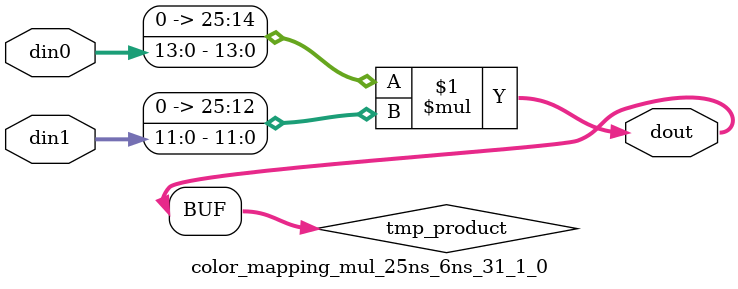
<source format=v>

`timescale 1 ns / 1 ps

 module color_mapping_mul_25ns_6ns_31_1_0(din0, din1, dout);
parameter ID = 1;
parameter NUM_STAGE = 0;
parameter din0_WIDTH = 14;
parameter din1_WIDTH = 12;
parameter dout_WIDTH = 26;

input [din0_WIDTH - 1 : 0] din0; 
input [din1_WIDTH - 1 : 0] din1; 
output [dout_WIDTH - 1 : 0] dout;

wire signed [dout_WIDTH - 1 : 0] tmp_product;
























assign tmp_product = $signed({1'b0, din0}) * $signed({1'b0, din1});











assign dout = tmp_product;





















endmodule

</source>
